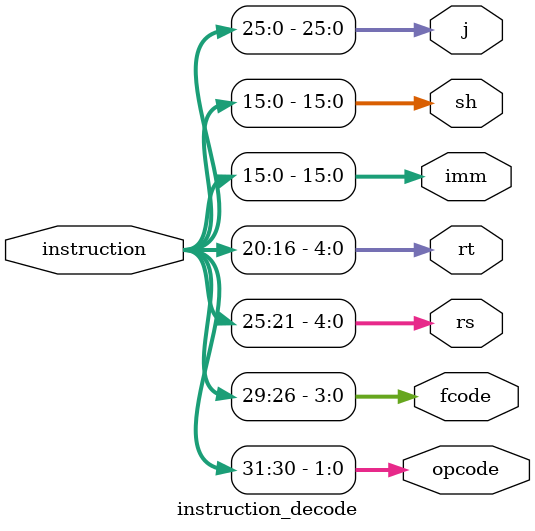
<source format=v>
`timescale 1ns / 1ps
module instruction_decode(input wire[31:0] instruction, output wire[1:0] opcode, output wire[3:0] fcode, output wire[4:0] rs, output wire[4:0] rt, output wire[15:0] imm, output wire[15:0] sh, output wire[25:0] j);
		assign opcode = instruction[31:30];
		assign fcode = instruction[29:26];
		assign rs = instruction[25:21];
		assign rt = instruction[20:16];
		assign imm = instruction[15:0];
		assign sh = instruction[15:0];
		assign j = instruction[25:0];
endmodule

</source>
